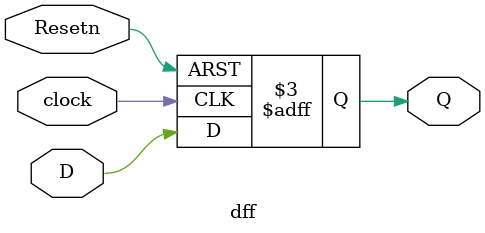
<source format=v>
module auc(clock,Resetn,Q);
input clock,Resetn;
output [3:0]Q;
dff s0(~Q[0],clock,Resetn,Q[0]);
dff s1(~Q[1],~Q[0],Resetn,Q[1]);
dff s2(~Q[2],~Q[1],Resetn,Q[2]);
dff s3(~Q[3],~Q[2],Resetn,Q[3]);
endmodule

module dff(D,clock,Resetn,Q);
input D,clock,Resetn;
output reg Q;
always @ (posedge clock or negedge Resetn)
begin
if(!Resetn)
	Q <= 0;
else
	Q <= D;
end
endmodule


</source>
